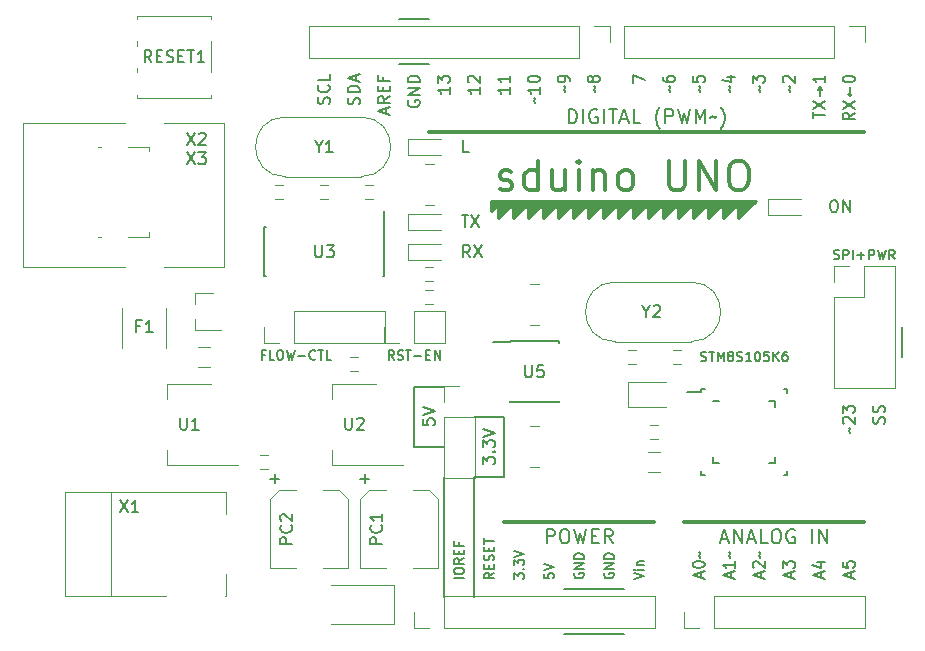
<source format=gbr>
G04 #@! TF.GenerationSoftware,KiCad,Pcbnew,5.1.5+dfsg1-2build2*
G04 #@! TF.CreationDate,2020-11-19T08:55:39-07:00*
G04 #@! TF.ProjectId,sduino_uno,73647569-6e6f-45f7-956e-6f2e6b696361,2017-11-15*
G04 #@! TF.SameCoordinates,Original*
G04 #@! TF.FileFunction,Legend,Top*
G04 #@! TF.FilePolarity,Positive*
%FSLAX46Y46*%
G04 Gerber Fmt 4.6, Leading zero omitted, Abs format (unit mm)*
G04 Created by KiCad (PCBNEW 5.1.5+dfsg1-2build2) date 2020-11-19 08:55:39*
%MOMM*%
%LPD*%
G04 APERTURE LIST*
%ADD10C,0.200000*%
%ADD11C,0.150000*%
%ADD12C,0.300000*%
%ADD13C,0.120000*%
%ADD14C,0.254000*%
G04 APERTURE END LIST*
D10*
X182245000Y-102870000D02*
X182245000Y-105410000D01*
X180744761Y-111064285D02*
X180792380Y-110921428D01*
X180792380Y-110683333D01*
X180744761Y-110588095D01*
X180697142Y-110540476D01*
X180601904Y-110492857D01*
X180506666Y-110492857D01*
X180411428Y-110540476D01*
X180363809Y-110588095D01*
X180316190Y-110683333D01*
X180268571Y-110873809D01*
X180220952Y-110969047D01*
X180173333Y-111016666D01*
X180078095Y-111064285D01*
X179982857Y-111064285D01*
X179887619Y-111016666D01*
X179840000Y-110969047D01*
X179792380Y-110873809D01*
X179792380Y-110635714D01*
X179840000Y-110492857D01*
X180744761Y-110111904D02*
X180792380Y-109969047D01*
X180792380Y-109730952D01*
X180744761Y-109635714D01*
X180697142Y-109588095D01*
X180601904Y-109540476D01*
X180506666Y-109540476D01*
X180411428Y-109588095D01*
X180363809Y-109635714D01*
X180316190Y-109730952D01*
X180268571Y-109921428D01*
X180220952Y-110016666D01*
X180173333Y-110064285D01*
X180078095Y-110111904D01*
X179982857Y-110111904D01*
X179887619Y-110064285D01*
X179840000Y-110016666D01*
X179792380Y-109921428D01*
X179792380Y-109683333D01*
X179840000Y-109540476D01*
X177871428Y-111873809D02*
X177823809Y-111826190D01*
X177776190Y-111730952D01*
X177871428Y-111540476D01*
X177823809Y-111445238D01*
X177776190Y-111397619D01*
X177347619Y-111064285D02*
X177300000Y-111016666D01*
X177252380Y-110921428D01*
X177252380Y-110683333D01*
X177300000Y-110588095D01*
X177347619Y-110540476D01*
X177442857Y-110492857D01*
X177538095Y-110492857D01*
X177680952Y-110540476D01*
X178252380Y-111111904D01*
X178252380Y-110492857D01*
X177252380Y-110159523D02*
X177252380Y-109540476D01*
X177633333Y-109873809D01*
X177633333Y-109730952D01*
X177680952Y-109635714D01*
X177728571Y-109588095D01*
X177823809Y-109540476D01*
X178061904Y-109540476D01*
X178157142Y-109588095D01*
X178204761Y-109635714D01*
X178252380Y-109730952D01*
X178252380Y-110016666D01*
X178204761Y-110111904D01*
X178157142Y-110159523D01*
D11*
X165233809Y-105733809D02*
X165348095Y-105771904D01*
X165538571Y-105771904D01*
X165614761Y-105733809D01*
X165652857Y-105695714D01*
X165690952Y-105619523D01*
X165690952Y-105543333D01*
X165652857Y-105467142D01*
X165614761Y-105429047D01*
X165538571Y-105390952D01*
X165386190Y-105352857D01*
X165310000Y-105314761D01*
X165271904Y-105276666D01*
X165233809Y-105200476D01*
X165233809Y-105124285D01*
X165271904Y-105048095D01*
X165310000Y-105010000D01*
X165386190Y-104971904D01*
X165576666Y-104971904D01*
X165690952Y-105010000D01*
X165919523Y-104971904D02*
X166376666Y-104971904D01*
X166148095Y-105771904D02*
X166148095Y-104971904D01*
X166643333Y-105771904D02*
X166643333Y-104971904D01*
X166910000Y-105543333D01*
X167176666Y-104971904D01*
X167176666Y-105771904D01*
X167671904Y-105314761D02*
X167595714Y-105276666D01*
X167557619Y-105238571D01*
X167519523Y-105162380D01*
X167519523Y-105124285D01*
X167557619Y-105048095D01*
X167595714Y-105010000D01*
X167671904Y-104971904D01*
X167824285Y-104971904D01*
X167900476Y-105010000D01*
X167938571Y-105048095D01*
X167976666Y-105124285D01*
X167976666Y-105162380D01*
X167938571Y-105238571D01*
X167900476Y-105276666D01*
X167824285Y-105314761D01*
X167671904Y-105314761D01*
X167595714Y-105352857D01*
X167557619Y-105390952D01*
X167519523Y-105467142D01*
X167519523Y-105619523D01*
X167557619Y-105695714D01*
X167595714Y-105733809D01*
X167671904Y-105771904D01*
X167824285Y-105771904D01*
X167900476Y-105733809D01*
X167938571Y-105695714D01*
X167976666Y-105619523D01*
X167976666Y-105467142D01*
X167938571Y-105390952D01*
X167900476Y-105352857D01*
X167824285Y-105314761D01*
X168281428Y-105733809D02*
X168395714Y-105771904D01*
X168586190Y-105771904D01*
X168662380Y-105733809D01*
X168700476Y-105695714D01*
X168738571Y-105619523D01*
X168738571Y-105543333D01*
X168700476Y-105467142D01*
X168662380Y-105429047D01*
X168586190Y-105390952D01*
X168433809Y-105352857D01*
X168357619Y-105314761D01*
X168319523Y-105276666D01*
X168281428Y-105200476D01*
X168281428Y-105124285D01*
X168319523Y-105048095D01*
X168357619Y-105010000D01*
X168433809Y-104971904D01*
X168624285Y-104971904D01*
X168738571Y-105010000D01*
X169500476Y-105771904D02*
X169043333Y-105771904D01*
X169271904Y-105771904D02*
X169271904Y-104971904D01*
X169195714Y-105086190D01*
X169119523Y-105162380D01*
X169043333Y-105200476D01*
X169995714Y-104971904D02*
X170071904Y-104971904D01*
X170148095Y-105010000D01*
X170186190Y-105048095D01*
X170224285Y-105124285D01*
X170262380Y-105276666D01*
X170262380Y-105467142D01*
X170224285Y-105619523D01*
X170186190Y-105695714D01*
X170148095Y-105733809D01*
X170071904Y-105771904D01*
X169995714Y-105771904D01*
X169919523Y-105733809D01*
X169881428Y-105695714D01*
X169843333Y-105619523D01*
X169805238Y-105467142D01*
X169805238Y-105276666D01*
X169843333Y-105124285D01*
X169881428Y-105048095D01*
X169919523Y-105010000D01*
X169995714Y-104971904D01*
X170986190Y-104971904D02*
X170605238Y-104971904D01*
X170567142Y-105352857D01*
X170605238Y-105314761D01*
X170681428Y-105276666D01*
X170871904Y-105276666D01*
X170948095Y-105314761D01*
X170986190Y-105352857D01*
X171024285Y-105429047D01*
X171024285Y-105619523D01*
X170986190Y-105695714D01*
X170948095Y-105733809D01*
X170871904Y-105771904D01*
X170681428Y-105771904D01*
X170605238Y-105733809D01*
X170567142Y-105695714D01*
X171367142Y-105771904D02*
X171367142Y-104971904D01*
X171824285Y-105771904D02*
X171481428Y-105314761D01*
X171824285Y-104971904D02*
X171367142Y-105429047D01*
X172510000Y-104971904D02*
X172357619Y-104971904D01*
X172281428Y-105010000D01*
X172243333Y-105048095D01*
X172167142Y-105162380D01*
X172129047Y-105314761D01*
X172129047Y-105619523D01*
X172167142Y-105695714D01*
X172205238Y-105733809D01*
X172281428Y-105771904D01*
X172433809Y-105771904D01*
X172510000Y-105733809D01*
X172548095Y-105695714D01*
X172586190Y-105619523D01*
X172586190Y-105429047D01*
X172548095Y-105352857D01*
X172510000Y-105314761D01*
X172433809Y-105276666D01*
X172281428Y-105276666D01*
X172205238Y-105314761D01*
X172167142Y-105352857D01*
X172129047Y-105429047D01*
X128327476Y-105225857D02*
X128060809Y-105225857D01*
X128060809Y-105644904D02*
X128060809Y-104844904D01*
X128441761Y-104844904D01*
X129127476Y-105644904D02*
X128746523Y-105644904D01*
X128746523Y-104844904D01*
X129546523Y-104844904D02*
X129698904Y-104844904D01*
X129775095Y-104883000D01*
X129851285Y-104959190D01*
X129889380Y-105111571D01*
X129889380Y-105378238D01*
X129851285Y-105530619D01*
X129775095Y-105606809D01*
X129698904Y-105644904D01*
X129546523Y-105644904D01*
X129470333Y-105606809D01*
X129394142Y-105530619D01*
X129356047Y-105378238D01*
X129356047Y-105111571D01*
X129394142Y-104959190D01*
X129470333Y-104883000D01*
X129546523Y-104844904D01*
X130156047Y-104844904D02*
X130346523Y-105644904D01*
X130498904Y-105073476D01*
X130651285Y-105644904D01*
X130841761Y-104844904D01*
X131146523Y-105340142D02*
X131756047Y-105340142D01*
X132594142Y-105568714D02*
X132556047Y-105606809D01*
X132441761Y-105644904D01*
X132365571Y-105644904D01*
X132251285Y-105606809D01*
X132175095Y-105530619D01*
X132137000Y-105454428D01*
X132098904Y-105302047D01*
X132098904Y-105187761D01*
X132137000Y-105035380D01*
X132175095Y-104959190D01*
X132251285Y-104883000D01*
X132365571Y-104844904D01*
X132441761Y-104844904D01*
X132556047Y-104883000D01*
X132594142Y-104921095D01*
X132822714Y-104844904D02*
X133279857Y-104844904D01*
X133051285Y-105644904D02*
X133051285Y-104844904D01*
X133927476Y-105644904D02*
X133546523Y-105644904D01*
X133546523Y-104844904D01*
X139255714Y-105644904D02*
X138989047Y-105263952D01*
X138798571Y-105644904D02*
X138798571Y-104844904D01*
X139103333Y-104844904D01*
X139179523Y-104883000D01*
X139217619Y-104921095D01*
X139255714Y-104997285D01*
X139255714Y-105111571D01*
X139217619Y-105187761D01*
X139179523Y-105225857D01*
X139103333Y-105263952D01*
X138798571Y-105263952D01*
X139560476Y-105606809D02*
X139674761Y-105644904D01*
X139865238Y-105644904D01*
X139941428Y-105606809D01*
X139979523Y-105568714D01*
X140017619Y-105492523D01*
X140017619Y-105416333D01*
X139979523Y-105340142D01*
X139941428Y-105302047D01*
X139865238Y-105263952D01*
X139712857Y-105225857D01*
X139636666Y-105187761D01*
X139598571Y-105149666D01*
X139560476Y-105073476D01*
X139560476Y-104997285D01*
X139598571Y-104921095D01*
X139636666Y-104883000D01*
X139712857Y-104844904D01*
X139903333Y-104844904D01*
X140017619Y-104883000D01*
X140246190Y-104844904D02*
X140703333Y-104844904D01*
X140474761Y-105644904D02*
X140474761Y-104844904D01*
X140970000Y-105340142D02*
X141579523Y-105340142D01*
X141960476Y-105225857D02*
X142227142Y-105225857D01*
X142341428Y-105644904D02*
X141960476Y-105644904D01*
X141960476Y-104844904D01*
X142341428Y-104844904D01*
X142684285Y-105644904D02*
X142684285Y-104844904D01*
X143141428Y-105644904D01*
X143141428Y-104844904D01*
X176498571Y-97097809D02*
X176612857Y-97135904D01*
X176803333Y-97135904D01*
X176879523Y-97097809D01*
X176917619Y-97059714D01*
X176955714Y-96983523D01*
X176955714Y-96907333D01*
X176917619Y-96831142D01*
X176879523Y-96793047D01*
X176803333Y-96754952D01*
X176650952Y-96716857D01*
X176574761Y-96678761D01*
X176536666Y-96640666D01*
X176498571Y-96564476D01*
X176498571Y-96488285D01*
X176536666Y-96412095D01*
X176574761Y-96374000D01*
X176650952Y-96335904D01*
X176841428Y-96335904D01*
X176955714Y-96374000D01*
X177298571Y-97135904D02*
X177298571Y-96335904D01*
X177603333Y-96335904D01*
X177679523Y-96374000D01*
X177717619Y-96412095D01*
X177755714Y-96488285D01*
X177755714Y-96602571D01*
X177717619Y-96678761D01*
X177679523Y-96716857D01*
X177603333Y-96754952D01*
X177298571Y-96754952D01*
X178098571Y-97135904D02*
X178098571Y-96335904D01*
X178479523Y-96831142D02*
X179089047Y-96831142D01*
X178784285Y-97135904D02*
X178784285Y-96526380D01*
X179470000Y-97135904D02*
X179470000Y-96335904D01*
X179774761Y-96335904D01*
X179850952Y-96374000D01*
X179889047Y-96412095D01*
X179927142Y-96488285D01*
X179927142Y-96602571D01*
X179889047Y-96678761D01*
X179850952Y-96716857D01*
X179774761Y-96754952D01*
X179470000Y-96754952D01*
X180193809Y-96335904D02*
X180384285Y-97135904D01*
X180536666Y-96564476D01*
X180689047Y-97135904D01*
X180879523Y-96335904D01*
X181641428Y-97135904D02*
X181374761Y-96754952D01*
X181184285Y-97135904D02*
X181184285Y-96335904D01*
X181489047Y-96335904D01*
X181565238Y-96374000D01*
X181603333Y-96412095D01*
X181641428Y-96488285D01*
X181641428Y-96602571D01*
X181603333Y-96678761D01*
X181565238Y-96716857D01*
X181489047Y-96754952D01*
X181184285Y-96754952D01*
X176421071Y-92162380D02*
X176611547Y-92162380D01*
X176706785Y-92210000D01*
X176802023Y-92305238D01*
X176849642Y-92495714D01*
X176849642Y-92829047D01*
X176802023Y-93019523D01*
X176706785Y-93114761D01*
X176611547Y-93162380D01*
X176421071Y-93162380D01*
X176325833Y-93114761D01*
X176230595Y-93019523D01*
X176182976Y-92829047D01*
X176182976Y-92495714D01*
X176230595Y-92305238D01*
X176325833Y-92210000D01*
X176421071Y-92162380D01*
X177278214Y-93162380D02*
X177278214Y-92162380D01*
X177849642Y-93162380D01*
X177849642Y-92162380D01*
X145687023Y-96972380D02*
X145353690Y-96496190D01*
X145115595Y-96972380D02*
X145115595Y-95972380D01*
X145496547Y-95972380D01*
X145591785Y-96020000D01*
X145639404Y-96067619D01*
X145687023Y-96162857D01*
X145687023Y-96305714D01*
X145639404Y-96400952D01*
X145591785Y-96448571D01*
X145496547Y-96496190D01*
X145115595Y-96496190D01*
X146020357Y-95972380D02*
X146687023Y-96972380D01*
X146687023Y-95972380D02*
X146020357Y-96972380D01*
X144972738Y-93432380D02*
X145544166Y-93432380D01*
X145258452Y-94432380D02*
X145258452Y-93432380D01*
X145782261Y-93432380D02*
X146448928Y-94432380D01*
X146448928Y-93432380D02*
X145782261Y-94432380D01*
X145591785Y-88082380D02*
X145115595Y-88082380D01*
X145115595Y-87082380D01*
D10*
X139700000Y-76835000D02*
X142240000Y-76835000D01*
X139700000Y-80645000D02*
X142240000Y-80645000D01*
X153670000Y-125095000D02*
X158750000Y-125095000D01*
X153670000Y-128905000D02*
X158750000Y-128905000D01*
X148590000Y-115570000D02*
X146050000Y-115570000D01*
X148590000Y-110490000D02*
X148590000Y-115570000D01*
X146050000Y-110490000D02*
X148590000Y-110490000D01*
X140970000Y-113030000D02*
X143510000Y-113030000D01*
X140970000Y-107950000D02*
X140970000Y-113030000D01*
X143510000Y-107950000D02*
X140970000Y-107950000D01*
X146050000Y-125730000D02*
X146050000Y-115570000D01*
X143510000Y-125730000D02*
X143510000Y-115570000D01*
X141692380Y-110680476D02*
X141692380Y-111156666D01*
X142168571Y-111204285D01*
X142120952Y-111156666D01*
X142073333Y-111061428D01*
X142073333Y-110823333D01*
X142120952Y-110728095D01*
X142168571Y-110680476D01*
X142263809Y-110632857D01*
X142501904Y-110632857D01*
X142597142Y-110680476D01*
X142644761Y-110728095D01*
X142692380Y-110823333D01*
X142692380Y-111061428D01*
X142644761Y-111156666D01*
X142597142Y-111204285D01*
X141692380Y-110347142D02*
X142692380Y-110013809D01*
X141692380Y-109680476D01*
X146772380Y-114506190D02*
X146772380Y-113887142D01*
X147153333Y-114220476D01*
X147153333Y-114077619D01*
X147200952Y-113982380D01*
X147248571Y-113934761D01*
X147343809Y-113887142D01*
X147581904Y-113887142D01*
X147677142Y-113934761D01*
X147724761Y-113982380D01*
X147772380Y-114077619D01*
X147772380Y-114363333D01*
X147724761Y-114458571D01*
X147677142Y-114506190D01*
X147677142Y-113458571D02*
X147724761Y-113410952D01*
X147772380Y-113458571D01*
X147724761Y-113506190D01*
X147677142Y-113458571D01*
X147772380Y-113458571D01*
X146772380Y-113077619D02*
X146772380Y-112458571D01*
X147153333Y-112791904D01*
X147153333Y-112649047D01*
X147200952Y-112553809D01*
X147248571Y-112506190D01*
X147343809Y-112458571D01*
X147581904Y-112458571D01*
X147677142Y-112506190D01*
X147724761Y-112553809D01*
X147772380Y-112649047D01*
X147772380Y-112934761D01*
X147724761Y-113030000D01*
X147677142Y-113077619D01*
X146772380Y-112172857D02*
X147772380Y-111839523D01*
X146772380Y-111506190D01*
X133754761Y-83981428D02*
X133802380Y-83838571D01*
X133802380Y-83600476D01*
X133754761Y-83505238D01*
X133707142Y-83457619D01*
X133611904Y-83410000D01*
X133516666Y-83410000D01*
X133421428Y-83457619D01*
X133373809Y-83505238D01*
X133326190Y-83600476D01*
X133278571Y-83790952D01*
X133230952Y-83886190D01*
X133183333Y-83933809D01*
X133088095Y-83981428D01*
X132992857Y-83981428D01*
X132897619Y-83933809D01*
X132850000Y-83886190D01*
X132802380Y-83790952D01*
X132802380Y-83552857D01*
X132850000Y-83410000D01*
X133707142Y-82410000D02*
X133754761Y-82457619D01*
X133802380Y-82600476D01*
X133802380Y-82695714D01*
X133754761Y-82838571D01*
X133659523Y-82933809D01*
X133564285Y-82981428D01*
X133373809Y-83029047D01*
X133230952Y-83029047D01*
X133040476Y-82981428D01*
X132945238Y-82933809D01*
X132850000Y-82838571D01*
X132802380Y-82695714D01*
X132802380Y-82600476D01*
X132850000Y-82457619D01*
X132897619Y-82410000D01*
X133802380Y-81505238D02*
X133802380Y-81981428D01*
X132802380Y-81981428D01*
X136294761Y-84029047D02*
X136342380Y-83886190D01*
X136342380Y-83648095D01*
X136294761Y-83552857D01*
X136247142Y-83505238D01*
X136151904Y-83457619D01*
X136056666Y-83457619D01*
X135961428Y-83505238D01*
X135913809Y-83552857D01*
X135866190Y-83648095D01*
X135818571Y-83838571D01*
X135770952Y-83933809D01*
X135723333Y-83981428D01*
X135628095Y-84029047D01*
X135532857Y-84029047D01*
X135437619Y-83981428D01*
X135390000Y-83933809D01*
X135342380Y-83838571D01*
X135342380Y-83600476D01*
X135390000Y-83457619D01*
X136342380Y-83029047D02*
X135342380Y-83029047D01*
X135342380Y-82790952D01*
X135390000Y-82648095D01*
X135485238Y-82552857D01*
X135580476Y-82505238D01*
X135770952Y-82457619D01*
X135913809Y-82457619D01*
X136104285Y-82505238D01*
X136199523Y-82552857D01*
X136294761Y-82648095D01*
X136342380Y-82790952D01*
X136342380Y-83029047D01*
X136056666Y-82076666D02*
X136056666Y-81600476D01*
X136342380Y-82171904D02*
X135342380Y-81838571D01*
X136342380Y-81505238D01*
X138596666Y-84838571D02*
X138596666Y-84362380D01*
X138882380Y-84933809D02*
X137882380Y-84600476D01*
X138882380Y-84267142D01*
X138882380Y-83362380D02*
X138406190Y-83695714D01*
X138882380Y-83933809D02*
X137882380Y-83933809D01*
X137882380Y-83552857D01*
X137930000Y-83457619D01*
X137977619Y-83410000D01*
X138072857Y-83362380D01*
X138215714Y-83362380D01*
X138310952Y-83410000D01*
X138358571Y-83457619D01*
X138406190Y-83552857D01*
X138406190Y-83933809D01*
X138358571Y-82933809D02*
X138358571Y-82600476D01*
X138882380Y-82457619D02*
X138882380Y-82933809D01*
X137882380Y-82933809D01*
X137882380Y-82457619D01*
X138358571Y-81695714D02*
X138358571Y-82029047D01*
X138882380Y-82029047D02*
X137882380Y-82029047D01*
X137882380Y-81552857D01*
X140470000Y-83695714D02*
X140422380Y-83790952D01*
X140422380Y-83933809D01*
X140470000Y-84076666D01*
X140565238Y-84171904D01*
X140660476Y-84219523D01*
X140850952Y-84267142D01*
X140993809Y-84267142D01*
X141184285Y-84219523D01*
X141279523Y-84171904D01*
X141374761Y-84076666D01*
X141422380Y-83933809D01*
X141422380Y-83838571D01*
X141374761Y-83695714D01*
X141327142Y-83648095D01*
X140993809Y-83648095D01*
X140993809Y-83838571D01*
X141422380Y-83219523D02*
X140422380Y-83219523D01*
X141422380Y-82648095D01*
X140422380Y-82648095D01*
X141422380Y-82171904D02*
X140422380Y-82171904D01*
X140422380Y-81933809D01*
X140470000Y-81790952D01*
X140565238Y-81695714D01*
X140660476Y-81648095D01*
X140850952Y-81600476D01*
X140993809Y-81600476D01*
X141184285Y-81648095D01*
X141279523Y-81695714D01*
X141374761Y-81790952D01*
X141422380Y-81933809D01*
X141422380Y-82171904D01*
D12*
X179070000Y-86360000D02*
X142240000Y-86360000D01*
X163830000Y-119380000D02*
X179070000Y-119380000D01*
X148590000Y-119380000D02*
X161290000Y-119380000D01*
D10*
X159581904Y-124253809D02*
X160381904Y-123987142D01*
X159581904Y-123720476D01*
X160381904Y-123453809D02*
X159848571Y-123453809D01*
X159581904Y-123453809D02*
X159620000Y-123491904D01*
X159658095Y-123453809D01*
X159620000Y-123415714D01*
X159581904Y-123453809D01*
X159658095Y-123453809D01*
X159848571Y-123072857D02*
X160381904Y-123072857D01*
X159924761Y-123072857D02*
X159886666Y-123034761D01*
X159848571Y-122958571D01*
X159848571Y-122844285D01*
X159886666Y-122768095D01*
X159962857Y-122730000D01*
X160381904Y-122730000D01*
X157080000Y-123720476D02*
X157041904Y-123796666D01*
X157041904Y-123910952D01*
X157080000Y-124025238D01*
X157156190Y-124101428D01*
X157232380Y-124139523D01*
X157384761Y-124177619D01*
X157499047Y-124177619D01*
X157651428Y-124139523D01*
X157727619Y-124101428D01*
X157803809Y-124025238D01*
X157841904Y-123910952D01*
X157841904Y-123834761D01*
X157803809Y-123720476D01*
X157765714Y-123682380D01*
X157499047Y-123682380D01*
X157499047Y-123834761D01*
X157841904Y-123339523D02*
X157041904Y-123339523D01*
X157841904Y-122882380D01*
X157041904Y-122882380D01*
X157841904Y-122501428D02*
X157041904Y-122501428D01*
X157041904Y-122310952D01*
X157080000Y-122196666D01*
X157156190Y-122120476D01*
X157232380Y-122082380D01*
X157384761Y-122044285D01*
X157499047Y-122044285D01*
X157651428Y-122082380D01*
X157727619Y-122120476D01*
X157803809Y-122196666D01*
X157841904Y-122310952D01*
X157841904Y-122501428D01*
X154540000Y-123720476D02*
X154501904Y-123796666D01*
X154501904Y-123910952D01*
X154540000Y-124025238D01*
X154616190Y-124101428D01*
X154692380Y-124139523D01*
X154844761Y-124177619D01*
X154959047Y-124177619D01*
X155111428Y-124139523D01*
X155187619Y-124101428D01*
X155263809Y-124025238D01*
X155301904Y-123910952D01*
X155301904Y-123834761D01*
X155263809Y-123720476D01*
X155225714Y-123682380D01*
X154959047Y-123682380D01*
X154959047Y-123834761D01*
X155301904Y-123339523D02*
X154501904Y-123339523D01*
X155301904Y-122882380D01*
X154501904Y-122882380D01*
X155301904Y-122501428D02*
X154501904Y-122501428D01*
X154501904Y-122310952D01*
X154540000Y-122196666D01*
X154616190Y-122120476D01*
X154692380Y-122082380D01*
X154844761Y-122044285D01*
X154959047Y-122044285D01*
X155111428Y-122082380D01*
X155187619Y-122120476D01*
X155263809Y-122196666D01*
X155301904Y-122310952D01*
X155301904Y-122501428D01*
X151961904Y-123758571D02*
X151961904Y-124139523D01*
X152342857Y-124177619D01*
X152304761Y-124139523D01*
X152266666Y-124063333D01*
X152266666Y-123872857D01*
X152304761Y-123796666D01*
X152342857Y-123758571D01*
X152419047Y-123720476D01*
X152609523Y-123720476D01*
X152685714Y-123758571D01*
X152723809Y-123796666D01*
X152761904Y-123872857D01*
X152761904Y-124063333D01*
X152723809Y-124139523D01*
X152685714Y-124177619D01*
X151961904Y-123491904D02*
X152761904Y-123225238D01*
X151961904Y-122958571D01*
X149421904Y-124215714D02*
X149421904Y-123720476D01*
X149726666Y-123987142D01*
X149726666Y-123872857D01*
X149764761Y-123796666D01*
X149802857Y-123758571D01*
X149879047Y-123720476D01*
X150069523Y-123720476D01*
X150145714Y-123758571D01*
X150183809Y-123796666D01*
X150221904Y-123872857D01*
X150221904Y-124101428D01*
X150183809Y-124177619D01*
X150145714Y-124215714D01*
X150145714Y-123377619D02*
X150183809Y-123339523D01*
X150221904Y-123377619D01*
X150183809Y-123415714D01*
X150145714Y-123377619D01*
X150221904Y-123377619D01*
X149421904Y-123072857D02*
X149421904Y-122577619D01*
X149726666Y-122844285D01*
X149726666Y-122730000D01*
X149764761Y-122653809D01*
X149802857Y-122615714D01*
X149879047Y-122577619D01*
X150069523Y-122577619D01*
X150145714Y-122615714D01*
X150183809Y-122653809D01*
X150221904Y-122730000D01*
X150221904Y-122958571D01*
X150183809Y-123034761D01*
X150145714Y-123072857D01*
X149421904Y-122349047D02*
X150221904Y-122082380D01*
X149421904Y-121815714D01*
X147681904Y-123682380D02*
X147300952Y-123949047D01*
X147681904Y-124139523D02*
X146881904Y-124139523D01*
X146881904Y-123834761D01*
X146920000Y-123758571D01*
X146958095Y-123720476D01*
X147034285Y-123682380D01*
X147148571Y-123682380D01*
X147224761Y-123720476D01*
X147262857Y-123758571D01*
X147300952Y-123834761D01*
X147300952Y-124139523D01*
X147262857Y-123339523D02*
X147262857Y-123072857D01*
X147681904Y-122958571D02*
X147681904Y-123339523D01*
X146881904Y-123339523D01*
X146881904Y-122958571D01*
X147643809Y-122653809D02*
X147681904Y-122539523D01*
X147681904Y-122349047D01*
X147643809Y-122272857D01*
X147605714Y-122234761D01*
X147529523Y-122196666D01*
X147453333Y-122196666D01*
X147377142Y-122234761D01*
X147339047Y-122272857D01*
X147300952Y-122349047D01*
X147262857Y-122501428D01*
X147224761Y-122577619D01*
X147186666Y-122615714D01*
X147110476Y-122653809D01*
X147034285Y-122653809D01*
X146958095Y-122615714D01*
X146920000Y-122577619D01*
X146881904Y-122501428D01*
X146881904Y-122310952D01*
X146920000Y-122196666D01*
X147262857Y-121853809D02*
X147262857Y-121587142D01*
X147681904Y-121472857D02*
X147681904Y-121853809D01*
X146881904Y-121853809D01*
X146881904Y-121472857D01*
X146881904Y-121244285D02*
X146881904Y-120787142D01*
X147681904Y-121015714D02*
X146881904Y-121015714D01*
X145141904Y-124139523D02*
X144341904Y-124139523D01*
X144341904Y-123606190D02*
X144341904Y-123453809D01*
X144380000Y-123377619D01*
X144456190Y-123301428D01*
X144608571Y-123263333D01*
X144875238Y-123263333D01*
X145027619Y-123301428D01*
X145103809Y-123377619D01*
X145141904Y-123453809D01*
X145141904Y-123606190D01*
X145103809Y-123682380D01*
X145027619Y-123758571D01*
X144875238Y-123796666D01*
X144608571Y-123796666D01*
X144456190Y-123758571D01*
X144380000Y-123682380D01*
X144341904Y-123606190D01*
X145141904Y-122463333D02*
X144760952Y-122730000D01*
X145141904Y-122920476D02*
X144341904Y-122920476D01*
X144341904Y-122615714D01*
X144380000Y-122539523D01*
X144418095Y-122501428D01*
X144494285Y-122463333D01*
X144608571Y-122463333D01*
X144684761Y-122501428D01*
X144722857Y-122539523D01*
X144760952Y-122615714D01*
X144760952Y-122920476D01*
X144722857Y-122120476D02*
X144722857Y-121853809D01*
X145141904Y-121739523D02*
X145141904Y-122120476D01*
X144341904Y-122120476D01*
X144341904Y-121739523D01*
X144722857Y-121130000D02*
X144722857Y-121396666D01*
X145141904Y-121396666D02*
X144341904Y-121396666D01*
X144341904Y-121015714D01*
X177966666Y-124139523D02*
X177966666Y-123663333D01*
X178252380Y-124234761D02*
X177252380Y-123901428D01*
X178252380Y-123568095D01*
X177252380Y-122758571D02*
X177252380Y-123234761D01*
X177728571Y-123282380D01*
X177680952Y-123234761D01*
X177633333Y-123139523D01*
X177633333Y-122901428D01*
X177680952Y-122806190D01*
X177728571Y-122758571D01*
X177823809Y-122710952D01*
X178061904Y-122710952D01*
X178157142Y-122758571D01*
X178204761Y-122806190D01*
X178252380Y-122901428D01*
X178252380Y-123139523D01*
X178204761Y-123234761D01*
X178157142Y-123282380D01*
X175426666Y-124139523D02*
X175426666Y-123663333D01*
X175712380Y-124234761D02*
X174712380Y-123901428D01*
X175712380Y-123568095D01*
X175045714Y-122806190D02*
X175712380Y-122806190D01*
X174664761Y-123044285D02*
X175379047Y-123282380D01*
X175379047Y-122663333D01*
X172886666Y-124139523D02*
X172886666Y-123663333D01*
X173172380Y-124234761D02*
X172172380Y-123901428D01*
X173172380Y-123568095D01*
X172172380Y-123330000D02*
X172172380Y-122710952D01*
X172553333Y-123044285D01*
X172553333Y-122901428D01*
X172600952Y-122806190D01*
X172648571Y-122758571D01*
X172743809Y-122710952D01*
X172981904Y-122710952D01*
X173077142Y-122758571D01*
X173124761Y-122806190D01*
X173172380Y-122901428D01*
X173172380Y-123187142D01*
X173124761Y-123282380D01*
X173077142Y-123330000D01*
X170346666Y-124139523D02*
X170346666Y-123663333D01*
X170632380Y-124234761D02*
X169632380Y-123901428D01*
X170632380Y-123568095D01*
X169727619Y-123282380D02*
X169680000Y-123234761D01*
X169632380Y-123139523D01*
X169632380Y-122901428D01*
X169680000Y-122806190D01*
X169727619Y-122758571D01*
X169822857Y-122710952D01*
X169918095Y-122710952D01*
X170060952Y-122758571D01*
X170632380Y-123330000D01*
X170632380Y-122710952D01*
X170251428Y-122425238D02*
X170203809Y-122377619D01*
X170156190Y-122282380D01*
X170251428Y-122091904D01*
X170203809Y-121996666D01*
X170156190Y-121949047D01*
X167806666Y-124139523D02*
X167806666Y-123663333D01*
X168092380Y-124234761D02*
X167092380Y-123901428D01*
X168092380Y-123568095D01*
X168092380Y-122710952D02*
X168092380Y-123282380D01*
X168092380Y-122996666D02*
X167092380Y-122996666D01*
X167235238Y-123091904D01*
X167330476Y-123187142D01*
X167378095Y-123282380D01*
X167711428Y-122425238D02*
X167663809Y-122377619D01*
X167616190Y-122282380D01*
X167711428Y-122091904D01*
X167663809Y-121996666D01*
X167616190Y-121949047D01*
X165266666Y-124139523D02*
X165266666Y-123663333D01*
X165552380Y-124234761D02*
X164552380Y-123901428D01*
X165552380Y-123568095D01*
X164552380Y-123044285D02*
X164552380Y-122949047D01*
X164600000Y-122853809D01*
X164647619Y-122806190D01*
X164742857Y-122758571D01*
X164933333Y-122710952D01*
X165171428Y-122710952D01*
X165361904Y-122758571D01*
X165457142Y-122806190D01*
X165504761Y-122853809D01*
X165552380Y-122949047D01*
X165552380Y-123044285D01*
X165504761Y-123139523D01*
X165457142Y-123187142D01*
X165361904Y-123234761D01*
X165171428Y-123282380D01*
X164933333Y-123282380D01*
X164742857Y-123234761D01*
X164647619Y-123187142D01*
X164600000Y-123139523D01*
X164552380Y-123044285D01*
X165171428Y-122425238D02*
X165123809Y-122377619D01*
X165076190Y-122282380D01*
X165171428Y-122091904D01*
X165123809Y-121996666D01*
X165076190Y-121949047D01*
X143962380Y-82552857D02*
X143962380Y-83124285D01*
X143962380Y-82838571D02*
X142962380Y-82838571D01*
X143105238Y-82933809D01*
X143200476Y-83029047D01*
X143248095Y-83124285D01*
X142962380Y-82219523D02*
X142962380Y-81600476D01*
X143343333Y-81933809D01*
X143343333Y-81790952D01*
X143390952Y-81695714D01*
X143438571Y-81648095D01*
X143533809Y-81600476D01*
X143771904Y-81600476D01*
X143867142Y-81648095D01*
X143914761Y-81695714D01*
X143962380Y-81790952D01*
X143962380Y-82076666D01*
X143914761Y-82171904D01*
X143867142Y-82219523D01*
X146502380Y-82552857D02*
X146502380Y-83124285D01*
X146502380Y-82838571D02*
X145502380Y-82838571D01*
X145645238Y-82933809D01*
X145740476Y-83029047D01*
X145788095Y-83124285D01*
X145597619Y-82171904D02*
X145550000Y-82124285D01*
X145502380Y-82029047D01*
X145502380Y-81790952D01*
X145550000Y-81695714D01*
X145597619Y-81648095D01*
X145692857Y-81600476D01*
X145788095Y-81600476D01*
X145930952Y-81648095D01*
X146502380Y-82219523D01*
X146502380Y-81600476D01*
X149042380Y-82552857D02*
X149042380Y-83124285D01*
X149042380Y-82838571D02*
X148042380Y-82838571D01*
X148185238Y-82933809D01*
X148280476Y-83029047D01*
X148328095Y-83124285D01*
X149042380Y-81600476D02*
X149042380Y-82171904D01*
X149042380Y-81886190D02*
X148042380Y-81886190D01*
X148185238Y-81981428D01*
X148280476Y-82076666D01*
X148328095Y-82171904D01*
X151201428Y-83933809D02*
X151153809Y-83886190D01*
X151106190Y-83790952D01*
X151201428Y-83600476D01*
X151153809Y-83505238D01*
X151106190Y-83457619D01*
X151582380Y-82552857D02*
X151582380Y-83124285D01*
X151582380Y-82838571D02*
X150582380Y-82838571D01*
X150725238Y-82933809D01*
X150820476Y-83029047D01*
X150868095Y-83124285D01*
X150582380Y-81933809D02*
X150582380Y-81838571D01*
X150630000Y-81743333D01*
X150677619Y-81695714D01*
X150772857Y-81648095D01*
X150963333Y-81600476D01*
X151201428Y-81600476D01*
X151391904Y-81648095D01*
X151487142Y-81695714D01*
X151534761Y-81743333D01*
X151582380Y-81838571D01*
X151582380Y-81933809D01*
X151534761Y-82029047D01*
X151487142Y-82076666D01*
X151391904Y-82124285D01*
X151201428Y-82171904D01*
X150963333Y-82171904D01*
X150772857Y-82124285D01*
X150677619Y-82076666D01*
X150630000Y-82029047D01*
X150582380Y-81933809D01*
X153741428Y-82981428D02*
X153693809Y-82933809D01*
X153646190Y-82838571D01*
X153741428Y-82648095D01*
X153693809Y-82552857D01*
X153646190Y-82505238D01*
X154122380Y-82076666D02*
X154122380Y-81886190D01*
X154074761Y-81790952D01*
X154027142Y-81743333D01*
X153884285Y-81648095D01*
X153693809Y-81600476D01*
X153312857Y-81600476D01*
X153217619Y-81648095D01*
X153170000Y-81695714D01*
X153122380Y-81790952D01*
X153122380Y-81981428D01*
X153170000Y-82076666D01*
X153217619Y-82124285D01*
X153312857Y-82171904D01*
X153550952Y-82171904D01*
X153646190Y-82124285D01*
X153693809Y-82076666D01*
X153741428Y-81981428D01*
X153741428Y-81790952D01*
X153693809Y-81695714D01*
X153646190Y-81648095D01*
X153550952Y-81600476D01*
X156281428Y-82981428D02*
X156233809Y-82933809D01*
X156186190Y-82838571D01*
X156281428Y-82648095D01*
X156233809Y-82552857D01*
X156186190Y-82505238D01*
X156090952Y-81981428D02*
X156043333Y-82076666D01*
X155995714Y-82124285D01*
X155900476Y-82171904D01*
X155852857Y-82171904D01*
X155757619Y-82124285D01*
X155710000Y-82076666D01*
X155662380Y-81981428D01*
X155662380Y-81790952D01*
X155710000Y-81695714D01*
X155757619Y-81648095D01*
X155852857Y-81600476D01*
X155900476Y-81600476D01*
X155995714Y-81648095D01*
X156043333Y-81695714D01*
X156090952Y-81790952D01*
X156090952Y-81981428D01*
X156138571Y-82076666D01*
X156186190Y-82124285D01*
X156281428Y-82171904D01*
X156471904Y-82171904D01*
X156567142Y-82124285D01*
X156614761Y-82076666D01*
X156662380Y-81981428D01*
X156662380Y-81790952D01*
X156614761Y-81695714D01*
X156567142Y-81648095D01*
X156471904Y-81600476D01*
X156281428Y-81600476D01*
X156186190Y-81648095D01*
X156138571Y-81695714D01*
X156090952Y-81790952D01*
X159472380Y-82219523D02*
X159472380Y-81552857D01*
X160472380Y-81981428D01*
X162631428Y-82981428D02*
X162583809Y-82933809D01*
X162536190Y-82838571D01*
X162631428Y-82648095D01*
X162583809Y-82552857D01*
X162536190Y-82505238D01*
X162012380Y-81695714D02*
X162012380Y-81886190D01*
X162060000Y-81981428D01*
X162107619Y-82029047D01*
X162250476Y-82124285D01*
X162440952Y-82171904D01*
X162821904Y-82171904D01*
X162917142Y-82124285D01*
X162964761Y-82076666D01*
X163012380Y-81981428D01*
X163012380Y-81790952D01*
X162964761Y-81695714D01*
X162917142Y-81648095D01*
X162821904Y-81600476D01*
X162583809Y-81600476D01*
X162488571Y-81648095D01*
X162440952Y-81695714D01*
X162393333Y-81790952D01*
X162393333Y-81981428D01*
X162440952Y-82076666D01*
X162488571Y-82124285D01*
X162583809Y-82171904D01*
X165171428Y-82981428D02*
X165123809Y-82933809D01*
X165076190Y-82838571D01*
X165171428Y-82648095D01*
X165123809Y-82552857D01*
X165076190Y-82505238D01*
X164552380Y-81648095D02*
X164552380Y-82124285D01*
X165028571Y-82171904D01*
X164980952Y-82124285D01*
X164933333Y-82029047D01*
X164933333Y-81790952D01*
X164980952Y-81695714D01*
X165028571Y-81648095D01*
X165123809Y-81600476D01*
X165361904Y-81600476D01*
X165457142Y-81648095D01*
X165504761Y-81695714D01*
X165552380Y-81790952D01*
X165552380Y-82029047D01*
X165504761Y-82124285D01*
X165457142Y-82171904D01*
X167711428Y-82981428D02*
X167663809Y-82933809D01*
X167616190Y-82838571D01*
X167711428Y-82648095D01*
X167663809Y-82552857D01*
X167616190Y-82505238D01*
X167425714Y-81695714D02*
X168092380Y-81695714D01*
X167044761Y-81933809D02*
X167759047Y-82171904D01*
X167759047Y-81552857D01*
X170251428Y-82981428D02*
X170203809Y-82933809D01*
X170156190Y-82838571D01*
X170251428Y-82648095D01*
X170203809Y-82552857D01*
X170156190Y-82505238D01*
X169632380Y-82219523D02*
X169632380Y-81600476D01*
X170013333Y-81933809D01*
X170013333Y-81790952D01*
X170060952Y-81695714D01*
X170108571Y-81648095D01*
X170203809Y-81600476D01*
X170441904Y-81600476D01*
X170537142Y-81648095D01*
X170584761Y-81695714D01*
X170632380Y-81790952D01*
X170632380Y-82076666D01*
X170584761Y-82171904D01*
X170537142Y-82219523D01*
X172791428Y-82981428D02*
X172743809Y-82933809D01*
X172696190Y-82838571D01*
X172791428Y-82648095D01*
X172743809Y-82552857D01*
X172696190Y-82505238D01*
X172267619Y-82171904D02*
X172220000Y-82124285D01*
X172172380Y-82029047D01*
X172172380Y-81790952D01*
X172220000Y-81695714D01*
X172267619Y-81648095D01*
X172362857Y-81600476D01*
X172458095Y-81600476D01*
X172600952Y-81648095D01*
X173172380Y-82219523D01*
X173172380Y-81600476D01*
X174712380Y-85219523D02*
X174712380Y-84648095D01*
X175712380Y-84933809D02*
X174712380Y-84933809D01*
X174712380Y-84410000D02*
X175712380Y-83743333D01*
X174712380Y-83743333D02*
X175712380Y-84410000D01*
X175331428Y-83362380D02*
X175331428Y-82600476D01*
X175521904Y-82790952D02*
X175331428Y-82600476D01*
X175140952Y-82790952D01*
X175712380Y-81600476D02*
X175712380Y-82171904D01*
X175712380Y-81886190D02*
X174712380Y-81886190D01*
X174855238Y-81981428D01*
X174950476Y-82076666D01*
X174998095Y-82171904D01*
X178252380Y-84743333D02*
X177776190Y-85076666D01*
X178252380Y-85314761D02*
X177252380Y-85314761D01*
X177252380Y-84933809D01*
X177300000Y-84838571D01*
X177347619Y-84790952D01*
X177442857Y-84743333D01*
X177585714Y-84743333D01*
X177680952Y-84790952D01*
X177728571Y-84838571D01*
X177776190Y-84933809D01*
X177776190Y-85314761D01*
X177252380Y-84410000D02*
X178252380Y-83743333D01*
X177252380Y-83743333D02*
X178252380Y-84410000D01*
X177871428Y-82600476D02*
X177871428Y-83362380D01*
X178061904Y-83171904D02*
X177871428Y-83362380D01*
X177680952Y-83171904D01*
X177252380Y-81933809D02*
X177252380Y-81838571D01*
X177300000Y-81743333D01*
X177347619Y-81695714D01*
X177442857Y-81648095D01*
X177633333Y-81600476D01*
X177871428Y-81600476D01*
X178061904Y-81648095D01*
X178157142Y-81695714D01*
X178204761Y-81743333D01*
X178252380Y-81838571D01*
X178252380Y-81933809D01*
X178204761Y-82029047D01*
X178157142Y-82076666D01*
X178061904Y-82124285D01*
X177871428Y-82171904D01*
X177633333Y-82171904D01*
X177442857Y-82124285D01*
X177347619Y-82076666D01*
X177300000Y-82029047D01*
X177252380Y-81933809D01*
X152168571Y-121192857D02*
X152168571Y-119992857D01*
X152625714Y-119992857D01*
X152740000Y-120050000D01*
X152797142Y-120107142D01*
X152854285Y-120221428D01*
X152854285Y-120392857D01*
X152797142Y-120507142D01*
X152740000Y-120564285D01*
X152625714Y-120621428D01*
X152168571Y-120621428D01*
X153597142Y-119992857D02*
X153825714Y-119992857D01*
X153940000Y-120050000D01*
X154054285Y-120164285D01*
X154111428Y-120392857D01*
X154111428Y-120792857D01*
X154054285Y-121021428D01*
X153940000Y-121135714D01*
X153825714Y-121192857D01*
X153597142Y-121192857D01*
X153482857Y-121135714D01*
X153368571Y-121021428D01*
X153311428Y-120792857D01*
X153311428Y-120392857D01*
X153368571Y-120164285D01*
X153482857Y-120050000D01*
X153597142Y-119992857D01*
X154511428Y-119992857D02*
X154797142Y-121192857D01*
X155025714Y-120335714D01*
X155254285Y-121192857D01*
X155540000Y-119992857D01*
X155997142Y-120564285D02*
X156397142Y-120564285D01*
X156568571Y-121192857D02*
X155997142Y-121192857D01*
X155997142Y-119992857D01*
X156568571Y-119992857D01*
X157768571Y-121192857D02*
X157368571Y-120621428D01*
X157082857Y-121192857D02*
X157082857Y-119992857D01*
X157540000Y-119992857D01*
X157654285Y-120050000D01*
X157711428Y-120107142D01*
X157768571Y-120221428D01*
X157768571Y-120392857D01*
X157711428Y-120507142D01*
X157654285Y-120564285D01*
X157540000Y-120621428D01*
X157082857Y-120621428D01*
X166935714Y-120850000D02*
X167507142Y-120850000D01*
X166821428Y-121192857D02*
X167221428Y-119992857D01*
X167621428Y-121192857D01*
X168021428Y-121192857D02*
X168021428Y-119992857D01*
X168707142Y-121192857D01*
X168707142Y-119992857D01*
X169221428Y-120850000D02*
X169792857Y-120850000D01*
X169107142Y-121192857D02*
X169507142Y-119992857D01*
X169907142Y-121192857D01*
X170878571Y-121192857D02*
X170307142Y-121192857D01*
X170307142Y-119992857D01*
X171507142Y-119992857D02*
X171735714Y-119992857D01*
X171850000Y-120050000D01*
X171964285Y-120164285D01*
X172021428Y-120392857D01*
X172021428Y-120792857D01*
X171964285Y-121021428D01*
X171850000Y-121135714D01*
X171735714Y-121192857D01*
X171507142Y-121192857D01*
X171392857Y-121135714D01*
X171278571Y-121021428D01*
X171221428Y-120792857D01*
X171221428Y-120392857D01*
X171278571Y-120164285D01*
X171392857Y-120050000D01*
X171507142Y-119992857D01*
X173164285Y-120050000D02*
X173050000Y-119992857D01*
X172878571Y-119992857D01*
X172707142Y-120050000D01*
X172592857Y-120164285D01*
X172535714Y-120278571D01*
X172478571Y-120507142D01*
X172478571Y-120678571D01*
X172535714Y-120907142D01*
X172592857Y-121021428D01*
X172707142Y-121135714D01*
X172878571Y-121192857D01*
X172992857Y-121192857D01*
X173164285Y-121135714D01*
X173221428Y-121078571D01*
X173221428Y-120678571D01*
X172992857Y-120678571D01*
X174650000Y-121192857D02*
X174650000Y-119992857D01*
X175221428Y-121192857D02*
X175221428Y-119992857D01*
X175907142Y-121192857D01*
X175907142Y-119992857D01*
X154055000Y-85632857D02*
X154055000Y-84432857D01*
X154340714Y-84432857D01*
X154512142Y-84490000D01*
X154626428Y-84604285D01*
X154683571Y-84718571D01*
X154740714Y-84947142D01*
X154740714Y-85118571D01*
X154683571Y-85347142D01*
X154626428Y-85461428D01*
X154512142Y-85575714D01*
X154340714Y-85632857D01*
X154055000Y-85632857D01*
X155255000Y-85632857D02*
X155255000Y-84432857D01*
X156455000Y-84490000D02*
X156340714Y-84432857D01*
X156169285Y-84432857D01*
X155997857Y-84490000D01*
X155883571Y-84604285D01*
X155826428Y-84718571D01*
X155769285Y-84947142D01*
X155769285Y-85118571D01*
X155826428Y-85347142D01*
X155883571Y-85461428D01*
X155997857Y-85575714D01*
X156169285Y-85632857D01*
X156283571Y-85632857D01*
X156455000Y-85575714D01*
X156512142Y-85518571D01*
X156512142Y-85118571D01*
X156283571Y-85118571D01*
X157026428Y-85632857D02*
X157026428Y-84432857D01*
X157426428Y-84432857D02*
X158112142Y-84432857D01*
X157769285Y-85632857D02*
X157769285Y-84432857D01*
X158455000Y-85290000D02*
X159026428Y-85290000D01*
X158340714Y-85632857D02*
X158740714Y-84432857D01*
X159140714Y-85632857D01*
X160112142Y-85632857D02*
X159540714Y-85632857D01*
X159540714Y-84432857D01*
X161769285Y-86090000D02*
X161712142Y-86032857D01*
X161597857Y-85861428D01*
X161540714Y-85747142D01*
X161483571Y-85575714D01*
X161426428Y-85290000D01*
X161426428Y-85061428D01*
X161483571Y-84775714D01*
X161540714Y-84604285D01*
X161597857Y-84490000D01*
X161712142Y-84318571D01*
X161769285Y-84261428D01*
X162226428Y-85632857D02*
X162226428Y-84432857D01*
X162683571Y-84432857D01*
X162797857Y-84490000D01*
X162855000Y-84547142D01*
X162912142Y-84661428D01*
X162912142Y-84832857D01*
X162855000Y-84947142D01*
X162797857Y-85004285D01*
X162683571Y-85061428D01*
X162226428Y-85061428D01*
X163312142Y-84432857D02*
X163597857Y-85632857D01*
X163826428Y-84775714D01*
X164055000Y-85632857D01*
X164340714Y-84432857D01*
X164797857Y-85632857D02*
X164797857Y-84432857D01*
X165197857Y-85290000D01*
X165597857Y-84432857D01*
X165597857Y-85632857D01*
X165997857Y-85175714D02*
X166055000Y-85118571D01*
X166169285Y-85061428D01*
X166397857Y-85175714D01*
X166512142Y-85118571D01*
X166569285Y-85061428D01*
X166912142Y-86090000D02*
X166969285Y-86032857D01*
X167083571Y-85861428D01*
X167140714Y-85747142D01*
X167197857Y-85575714D01*
X167255000Y-85290000D01*
X167255000Y-85061428D01*
X167197857Y-84775714D01*
X167140714Y-84604285D01*
X167083571Y-84490000D01*
X166969285Y-84318571D01*
X166912142Y-84261428D01*
D12*
X148214285Y-91181904D02*
X148452380Y-91300952D01*
X148928571Y-91300952D01*
X149166666Y-91181904D01*
X149285714Y-90943809D01*
X149285714Y-90824761D01*
X149166666Y-90586666D01*
X148928571Y-90467619D01*
X148571428Y-90467619D01*
X148333333Y-90348571D01*
X148214285Y-90110476D01*
X148214285Y-89991428D01*
X148333333Y-89753333D01*
X148571428Y-89634285D01*
X148928571Y-89634285D01*
X149166666Y-89753333D01*
X151428571Y-91300952D02*
X151428571Y-88800952D01*
X151428571Y-91181904D02*
X151190476Y-91300952D01*
X150714285Y-91300952D01*
X150476190Y-91181904D01*
X150357142Y-91062857D01*
X150238095Y-90824761D01*
X150238095Y-90110476D01*
X150357142Y-89872380D01*
X150476190Y-89753333D01*
X150714285Y-89634285D01*
X151190476Y-89634285D01*
X151428571Y-89753333D01*
X153690476Y-89634285D02*
X153690476Y-91300952D01*
X152619047Y-89634285D02*
X152619047Y-90943809D01*
X152738095Y-91181904D01*
X152976190Y-91300952D01*
X153333333Y-91300952D01*
X153571428Y-91181904D01*
X153690476Y-91062857D01*
X154880952Y-91300952D02*
X154880952Y-89634285D01*
X154880952Y-88800952D02*
X154761904Y-88920000D01*
X154880952Y-89039047D01*
X155000000Y-88920000D01*
X154880952Y-88800952D01*
X154880952Y-89039047D01*
X156071428Y-89634285D02*
X156071428Y-91300952D01*
X156071428Y-89872380D02*
X156190476Y-89753333D01*
X156428571Y-89634285D01*
X156785714Y-89634285D01*
X157023809Y-89753333D01*
X157142857Y-89991428D01*
X157142857Y-91300952D01*
X158690476Y-91300952D02*
X158452380Y-91181904D01*
X158333333Y-91062857D01*
X158214285Y-90824761D01*
X158214285Y-90110476D01*
X158333333Y-89872380D01*
X158452380Y-89753333D01*
X158690476Y-89634285D01*
X159047619Y-89634285D01*
X159285714Y-89753333D01*
X159404761Y-89872380D01*
X159523809Y-90110476D01*
X159523809Y-90824761D01*
X159404761Y-91062857D01*
X159285714Y-91181904D01*
X159047619Y-91300952D01*
X158690476Y-91300952D01*
X162499999Y-88800952D02*
X162499999Y-90824761D01*
X162619047Y-91062857D01*
X162738095Y-91181904D01*
X162976190Y-91300952D01*
X163452380Y-91300952D01*
X163690476Y-91181904D01*
X163809523Y-91062857D01*
X163928571Y-90824761D01*
X163928571Y-88800952D01*
X165119047Y-91300952D02*
X165119047Y-88800952D01*
X166547619Y-91300952D01*
X166547619Y-88800952D01*
X168214285Y-88800952D02*
X168690476Y-88800952D01*
X168928571Y-88920000D01*
X169166666Y-89158095D01*
X169285714Y-89634285D01*
X169285714Y-90467619D01*
X169166666Y-90943809D01*
X168928571Y-91181904D01*
X168690476Y-91300952D01*
X168214285Y-91300952D01*
X167976190Y-91181904D01*
X167738095Y-90943809D01*
X167619047Y-90467619D01*
X167619047Y-89634285D01*
X167738095Y-89158095D01*
X167976190Y-88920000D01*
X168214285Y-88800952D01*
D13*
X115330000Y-116885000D02*
X115330000Y-125685000D01*
X119930000Y-125685000D02*
X111430000Y-125685000D01*
X111430000Y-125685000D02*
X111430000Y-116885000D01*
X111430000Y-116885000D02*
X111630000Y-116885000D01*
X125030000Y-123835000D02*
X125030000Y-125685000D01*
X125030000Y-125685000D02*
X124930000Y-125685000D01*
X111530000Y-116885000D02*
X125030000Y-116885000D01*
X125030000Y-116885000D02*
X125030000Y-118735000D01*
X117500000Y-76810000D02*
X117500000Y-76560000D01*
X117500000Y-76560000D02*
X123800000Y-76560000D01*
X123800000Y-76560000D02*
X123800000Y-76810000D01*
X117500000Y-79060000D02*
X117500000Y-78710000D01*
X123800000Y-83210000D02*
X123800000Y-83460000D01*
X123800000Y-83460000D02*
X117500000Y-83460000D01*
X117500000Y-83460000D02*
X117500000Y-83210000D01*
X123800000Y-78710000D02*
X123800000Y-81310000D01*
X117500000Y-81310000D02*
X117500000Y-80960000D01*
X166370000Y-128330000D02*
X179130000Y-128330000D01*
X179130000Y-128330000D02*
X179130000Y-125670000D01*
X179130000Y-125670000D02*
X166370000Y-125670000D01*
X166370000Y-125670000D02*
X166370000Y-128330000D01*
X165100000Y-128330000D02*
X163770000Y-128330000D01*
X163770000Y-128330000D02*
X163770000Y-127000000D01*
X133700000Y-92040000D02*
X133000000Y-92040000D01*
X133000000Y-90840000D02*
X133700000Y-90840000D01*
X129190000Y-90840000D02*
X129890000Y-90840000D01*
X129890000Y-92040000D02*
X129190000Y-92040000D01*
X162845000Y-104810000D02*
X163545000Y-104810000D01*
X163545000Y-106010000D02*
X162845000Y-106010000D01*
X159735000Y-106010000D02*
X159035000Y-106010000D01*
X159035000Y-104810000D02*
X159735000Y-104810000D01*
X154940000Y-77410000D02*
X132020000Y-77410000D01*
X132020000Y-77410000D02*
X132020000Y-80070000D01*
X132020000Y-80070000D02*
X154940000Y-80070000D01*
X154940000Y-80070000D02*
X154940000Y-77410000D01*
X156210000Y-77410000D02*
X157540000Y-77410000D01*
X157540000Y-77410000D02*
X157540000Y-78740000D01*
X176530000Y-77410000D02*
X158690000Y-77410000D01*
X158690000Y-77410000D02*
X158690000Y-80070000D01*
X158690000Y-80070000D02*
X176530000Y-80070000D01*
X176530000Y-80070000D02*
X176530000Y-77410000D01*
X177800000Y-77410000D02*
X179130000Y-77410000D01*
X179130000Y-77410000D02*
X179130000Y-78740000D01*
X140440000Y-86930000D02*
X140440000Y-88330000D01*
X140440000Y-88330000D02*
X143240000Y-88330000D01*
X140440000Y-86930000D02*
X143240000Y-86930000D01*
X170920000Y-92010000D02*
X170920000Y-93410000D01*
X170920000Y-93410000D02*
X173720000Y-93410000D01*
X170920000Y-92010000D02*
X173720000Y-92010000D01*
X143510000Y-128330000D02*
X161350000Y-128330000D01*
X161350000Y-128330000D02*
X161350000Y-125670000D01*
X161350000Y-125670000D02*
X143510000Y-125670000D01*
X143510000Y-125670000D02*
X143510000Y-128330000D01*
X142240000Y-128330000D02*
X140910000Y-128330000D01*
X140910000Y-128330000D02*
X140910000Y-127000000D01*
X151530000Y-114750000D02*
X150730000Y-114750000D01*
X151530000Y-111310000D02*
X150730000Y-111310000D01*
X142640000Y-92525000D02*
X141840000Y-92525000D01*
X142640000Y-89085000D02*
X141840000Y-89085000D01*
X140440000Y-95820000D02*
X140440000Y-97220000D01*
X140440000Y-97220000D02*
X143240000Y-97220000D01*
X140440000Y-95820000D02*
X143240000Y-95820000D01*
X140440000Y-93280000D02*
X140440000Y-94680000D01*
X140440000Y-94680000D02*
X143240000Y-94680000D01*
X140440000Y-93280000D02*
X143240000Y-93280000D01*
X120010000Y-107715000D02*
X120010000Y-108975000D01*
X120010000Y-114535000D02*
X120010000Y-113275000D01*
X123770000Y-107715000D02*
X120010000Y-107715000D01*
X126020000Y-114535000D02*
X120010000Y-114535000D01*
X133980000Y-107715000D02*
X133980000Y-108975000D01*
X133980000Y-114535000D02*
X133980000Y-113275000D01*
X137740000Y-107715000D02*
X133980000Y-107715000D01*
X139990000Y-114535000D02*
X133980000Y-114535000D01*
D11*
X138425000Y-94445000D02*
X138400000Y-94445000D01*
X138425000Y-98595000D02*
X138320000Y-98595000D01*
X128275000Y-98595000D02*
X128380000Y-98595000D01*
X128275000Y-94445000D02*
X128380000Y-94445000D01*
X138425000Y-94445000D02*
X138425000Y-98595000D01*
X128275000Y-94445000D02*
X128275000Y-98595000D01*
X138400000Y-94445000D02*
X138400000Y-93070000D01*
X165285000Y-108135000D02*
X165285000Y-108360000D01*
X172535000Y-108135000D02*
X172535000Y-108435000D01*
X172535000Y-115385000D02*
X172535000Y-115085000D01*
X165285000Y-115385000D02*
X165285000Y-115085000D01*
X165285000Y-108135000D02*
X165585000Y-108135000D01*
X165285000Y-115385000D02*
X165585000Y-115385000D01*
X172535000Y-115385000D02*
X172235000Y-115385000D01*
X172535000Y-108135000D02*
X172235000Y-108135000D01*
X165285000Y-108360000D02*
X164060000Y-108360000D01*
X149055000Y-104105000D02*
X149055000Y-104155000D01*
X153205000Y-104105000D02*
X153205000Y-104250000D01*
X153205000Y-109255000D02*
X153205000Y-109110000D01*
X149055000Y-109255000D02*
X149055000Y-109110000D01*
X149055000Y-104105000D02*
X153205000Y-104105000D01*
X149055000Y-109255000D02*
X153205000Y-109255000D01*
X149055000Y-104155000D02*
X147655000Y-104155000D01*
D13*
X143450000Y-115630000D02*
X146110000Y-115630000D01*
X143450000Y-110490000D02*
X143450000Y-115630000D01*
X146110000Y-110490000D02*
X146110000Y-115630000D01*
X143450000Y-110490000D02*
X146110000Y-110490000D01*
X143450000Y-109220000D02*
X143450000Y-107890000D01*
X143450000Y-107890000D02*
X144780000Y-107890000D01*
X116460000Y-85625000D02*
X107820000Y-85625000D01*
X124840000Y-85625000D02*
X119760000Y-85625000D01*
X116460000Y-97825000D02*
X107820000Y-97825000D01*
X124840000Y-97825000D02*
X119760000Y-97825000D01*
X107820000Y-97825000D02*
X107820000Y-85625000D01*
X124840000Y-85625000D02*
X124840000Y-97825000D01*
X139290000Y-128015000D02*
X139290000Y-124715000D01*
X139290000Y-124715000D02*
X133890000Y-124715000D01*
X139290000Y-128015000D02*
X133890000Y-128015000D01*
X136400000Y-123315000D02*
X138580000Y-123315000D01*
X143000000Y-123315000D02*
X140820000Y-123315000D01*
X137160000Y-116715000D02*
X138580000Y-116715000D01*
X142240000Y-116715000D02*
X140820000Y-116715000D01*
X136400000Y-123315000D02*
X136400000Y-117475000D01*
X136400000Y-117475000D02*
X137160000Y-116715000D01*
X142240000Y-116715000D02*
X143000000Y-117475000D01*
X143000000Y-117475000D02*
X143000000Y-123315000D01*
X128780000Y-123315000D02*
X130960000Y-123315000D01*
X135380000Y-123315000D02*
X133200000Y-123315000D01*
X129540000Y-116715000D02*
X130960000Y-116715000D01*
X134620000Y-116715000D02*
X133200000Y-116715000D01*
X128780000Y-123315000D02*
X128780000Y-117475000D01*
X128780000Y-117475000D02*
X129540000Y-116715000D01*
X134620000Y-116715000D02*
X135380000Y-117475000D01*
X135380000Y-117475000D02*
X135380000Y-123315000D01*
X130050000Y-85105000D02*
X136450000Y-85105000D01*
X130050000Y-90155000D02*
X136450000Y-90155000D01*
X130050000Y-90155000D02*
G75*
G02X130050000Y-85105000I0J2525000D01*
G01*
X136450000Y-90155000D02*
G75*
G03X136450000Y-85105000I0J2525000D01*
G01*
X157990000Y-99075000D02*
X164390000Y-99075000D01*
X157990000Y-104125000D02*
X164390000Y-104125000D01*
X157990000Y-104125000D02*
G75*
G02X157990000Y-99075000I0J2525000D01*
G01*
X164390000Y-104125000D02*
G75*
G03X164390000Y-99075000I0J2525000D01*
G01*
X123690000Y-104560000D02*
X122690000Y-104560000D01*
X122690000Y-106260000D02*
X123690000Y-106260000D01*
X161790000Y-113450000D02*
X160790000Y-113450000D01*
X160790000Y-115150000D02*
X161790000Y-115150000D01*
X119990000Y-104700000D02*
X119990000Y-101240000D01*
X116230000Y-104700000D02*
X116230000Y-101240000D01*
X151530000Y-102685000D02*
X150730000Y-102685000D01*
X151530000Y-99245000D02*
X150730000Y-99245000D01*
X142590000Y-99025000D02*
X141890000Y-99025000D01*
X141890000Y-97825000D02*
X142590000Y-97825000D01*
X136240000Y-106645000D02*
X135540000Y-106645000D01*
X135540000Y-105445000D02*
X136240000Y-105445000D01*
X127920000Y-113700000D02*
X128620000Y-113700000D01*
X128620000Y-114900000D02*
X127920000Y-114900000D01*
X142590000Y-100930000D02*
X141890000Y-100930000D01*
X141890000Y-99730000D02*
X142590000Y-99730000D01*
X161640000Y-112360000D02*
X160940000Y-112360000D01*
X160940000Y-111160000D02*
X161640000Y-111160000D01*
X159090000Y-107525000D02*
X159090000Y-109645000D01*
X162290000Y-107525000D02*
X159090000Y-107525000D01*
X159090000Y-109645000D02*
X162290000Y-109645000D01*
X122430000Y-100020000D02*
X122430000Y-100950000D01*
X122430000Y-103180000D02*
X122430000Y-102250000D01*
X122430000Y-103180000D02*
X124590000Y-103180000D01*
X122430000Y-100020000D02*
X123890000Y-100020000D01*
X138490000Y-104200000D02*
X138490000Y-101540000D01*
X130810000Y-104200000D02*
X138490000Y-104200000D01*
X130810000Y-101540000D02*
X138490000Y-101540000D01*
X130810000Y-104200000D02*
X130810000Y-101540000D01*
X129540000Y-104200000D02*
X128210000Y-104200000D01*
X128210000Y-104200000D02*
X128210000Y-102870000D01*
X143570000Y-104200000D02*
X143570000Y-101540000D01*
X140970000Y-104200000D02*
X143570000Y-104200000D01*
X140970000Y-101540000D02*
X143570000Y-101540000D01*
X140970000Y-104200000D02*
X140970000Y-101540000D01*
X139700000Y-104200000D02*
X138370000Y-104200000D01*
X138370000Y-104200000D02*
X138370000Y-102870000D01*
X176470000Y-108010000D02*
X181670000Y-108010000D01*
X176470000Y-100330000D02*
X176470000Y-108010000D01*
X181670000Y-97730000D02*
X181670000Y-108010000D01*
X176470000Y-100330000D02*
X179070000Y-100330000D01*
X179070000Y-100330000D02*
X179070000Y-97730000D01*
X179070000Y-97730000D02*
X181670000Y-97730000D01*
X176470000Y-99060000D02*
X176470000Y-97730000D01*
X176470000Y-97730000D02*
X177800000Y-97730000D01*
X137510000Y-92040000D02*
X136810000Y-92040000D01*
X136810000Y-90840000D02*
X137510000Y-90840000D01*
D11*
X171535000Y-109135000D02*
X171535000Y-109660000D01*
X166285000Y-114385000D02*
X166285000Y-113860000D01*
X171535000Y-114385000D02*
X171535000Y-113860000D01*
X166285000Y-109135000D02*
X166810000Y-109135000D01*
X166285000Y-114385000D02*
X166810000Y-114385000D01*
X171535000Y-114385000D02*
X171010000Y-114385000D01*
X171535000Y-109135000D02*
X171010000Y-109135000D01*
D13*
X118480000Y-95250000D02*
X118480000Y-94870000D01*
X114430000Y-95250000D02*
X114170000Y-95250000D01*
X118480000Y-95250000D02*
X116710000Y-95250000D01*
X118480000Y-87630000D02*
X118480000Y-88010000D01*
X116710000Y-87630000D02*
X118480000Y-87630000D01*
X114170000Y-87630000D02*
X114430000Y-87630000D01*
D11*
X116030476Y-117562380D02*
X116697142Y-118562380D01*
X116697142Y-117562380D02*
X116030476Y-118562380D01*
X117601904Y-118562380D02*
X117030476Y-118562380D01*
X117316190Y-118562380D02*
X117316190Y-117562380D01*
X117220952Y-117705238D01*
X117125714Y-117800476D01*
X117030476Y-117848095D01*
X118721428Y-80462380D02*
X118388095Y-79986190D01*
X118150000Y-80462380D02*
X118150000Y-79462380D01*
X118530952Y-79462380D01*
X118626190Y-79510000D01*
X118673809Y-79557619D01*
X118721428Y-79652857D01*
X118721428Y-79795714D01*
X118673809Y-79890952D01*
X118626190Y-79938571D01*
X118530952Y-79986190D01*
X118150000Y-79986190D01*
X119150000Y-79938571D02*
X119483333Y-79938571D01*
X119626190Y-80462380D02*
X119150000Y-80462380D01*
X119150000Y-79462380D01*
X119626190Y-79462380D01*
X120007142Y-80414761D02*
X120150000Y-80462380D01*
X120388095Y-80462380D01*
X120483333Y-80414761D01*
X120530952Y-80367142D01*
X120578571Y-80271904D01*
X120578571Y-80176666D01*
X120530952Y-80081428D01*
X120483333Y-80033809D01*
X120388095Y-79986190D01*
X120197619Y-79938571D01*
X120102380Y-79890952D01*
X120054761Y-79843333D01*
X120007142Y-79748095D01*
X120007142Y-79652857D01*
X120054761Y-79557619D01*
X120102380Y-79510000D01*
X120197619Y-79462380D01*
X120435714Y-79462380D01*
X120578571Y-79510000D01*
X121007142Y-79938571D02*
X121340476Y-79938571D01*
X121483333Y-80462380D02*
X121007142Y-80462380D01*
X121007142Y-79462380D01*
X121483333Y-79462380D01*
X121769047Y-79462380D02*
X122340476Y-79462380D01*
X122054761Y-80462380D02*
X122054761Y-79462380D01*
X123197619Y-80462380D02*
X122626190Y-80462380D01*
X122911904Y-80462380D02*
X122911904Y-79462380D01*
X122816666Y-79605238D01*
X122721428Y-79700476D01*
X122626190Y-79748095D01*
X121158095Y-110577380D02*
X121158095Y-111386904D01*
X121205714Y-111482142D01*
X121253333Y-111529761D01*
X121348571Y-111577380D01*
X121539047Y-111577380D01*
X121634285Y-111529761D01*
X121681904Y-111482142D01*
X121729523Y-111386904D01*
X121729523Y-110577380D01*
X122729523Y-111577380D02*
X122158095Y-111577380D01*
X122443809Y-111577380D02*
X122443809Y-110577380D01*
X122348571Y-110720238D01*
X122253333Y-110815476D01*
X122158095Y-110863095D01*
X135128095Y-110577380D02*
X135128095Y-111386904D01*
X135175714Y-111482142D01*
X135223333Y-111529761D01*
X135318571Y-111577380D01*
X135509047Y-111577380D01*
X135604285Y-111529761D01*
X135651904Y-111482142D01*
X135699523Y-111386904D01*
X135699523Y-110577380D01*
X136128095Y-110672619D02*
X136175714Y-110625000D01*
X136270952Y-110577380D01*
X136509047Y-110577380D01*
X136604285Y-110625000D01*
X136651904Y-110672619D01*
X136699523Y-110767857D01*
X136699523Y-110863095D01*
X136651904Y-111005952D01*
X136080476Y-111577380D01*
X136699523Y-111577380D01*
X132588095Y-95972380D02*
X132588095Y-96781904D01*
X132635714Y-96877142D01*
X132683333Y-96924761D01*
X132778571Y-96972380D01*
X132969047Y-96972380D01*
X133064285Y-96924761D01*
X133111904Y-96877142D01*
X133159523Y-96781904D01*
X133159523Y-95972380D01*
X133540476Y-95972380D02*
X134159523Y-95972380D01*
X133826190Y-96353333D01*
X133969047Y-96353333D01*
X134064285Y-96400952D01*
X134111904Y-96448571D01*
X134159523Y-96543809D01*
X134159523Y-96781904D01*
X134111904Y-96877142D01*
X134064285Y-96924761D01*
X133969047Y-96972380D01*
X133683333Y-96972380D01*
X133588095Y-96924761D01*
X133540476Y-96877142D01*
X150368095Y-106132380D02*
X150368095Y-106941904D01*
X150415714Y-107037142D01*
X150463333Y-107084761D01*
X150558571Y-107132380D01*
X150749047Y-107132380D01*
X150844285Y-107084761D01*
X150891904Y-107037142D01*
X150939523Y-106941904D01*
X150939523Y-106132380D01*
X151891904Y-106132380D02*
X151415714Y-106132380D01*
X151368095Y-106608571D01*
X151415714Y-106560952D01*
X151510952Y-106513333D01*
X151749047Y-106513333D01*
X151844285Y-106560952D01*
X151891904Y-106608571D01*
X151939523Y-106703809D01*
X151939523Y-106941904D01*
X151891904Y-107037142D01*
X151844285Y-107084761D01*
X151749047Y-107132380D01*
X151510952Y-107132380D01*
X151415714Y-107084761D01*
X151368095Y-107037142D01*
X121745476Y-86447380D02*
X122412142Y-87447380D01*
X122412142Y-86447380D02*
X121745476Y-87447380D01*
X122745476Y-86542619D02*
X122793095Y-86495000D01*
X122888333Y-86447380D01*
X123126428Y-86447380D01*
X123221666Y-86495000D01*
X123269285Y-86542619D01*
X123316904Y-86637857D01*
X123316904Y-86733095D01*
X123269285Y-86875952D01*
X122697857Y-87447380D01*
X123316904Y-87447380D01*
X138247380Y-121253095D02*
X137247380Y-121253095D01*
X137247380Y-120872142D01*
X137295000Y-120776904D01*
X137342619Y-120729285D01*
X137437857Y-120681666D01*
X137580714Y-120681666D01*
X137675952Y-120729285D01*
X137723571Y-120776904D01*
X137771190Y-120872142D01*
X137771190Y-121253095D01*
X138152142Y-119681666D02*
X138199761Y-119729285D01*
X138247380Y-119872142D01*
X138247380Y-119967380D01*
X138199761Y-120110238D01*
X138104523Y-120205476D01*
X138009285Y-120253095D01*
X137818809Y-120300714D01*
X137675952Y-120300714D01*
X137485476Y-120253095D01*
X137390238Y-120205476D01*
X137295000Y-120110238D01*
X137247380Y-119967380D01*
X137247380Y-119872142D01*
X137295000Y-119729285D01*
X137342619Y-119681666D01*
X138247380Y-118729285D02*
X138247380Y-119300714D01*
X138247380Y-119015000D02*
X137247380Y-119015000D01*
X137390238Y-119110238D01*
X137485476Y-119205476D01*
X137533095Y-119300714D01*
X136761428Y-116115952D02*
X136761428Y-115354047D01*
X137142380Y-115735000D02*
X136380476Y-115735000D01*
X130627380Y-121253095D02*
X129627380Y-121253095D01*
X129627380Y-120872142D01*
X129675000Y-120776904D01*
X129722619Y-120729285D01*
X129817857Y-120681666D01*
X129960714Y-120681666D01*
X130055952Y-120729285D01*
X130103571Y-120776904D01*
X130151190Y-120872142D01*
X130151190Y-121253095D01*
X130532142Y-119681666D02*
X130579761Y-119729285D01*
X130627380Y-119872142D01*
X130627380Y-119967380D01*
X130579761Y-120110238D01*
X130484523Y-120205476D01*
X130389285Y-120253095D01*
X130198809Y-120300714D01*
X130055952Y-120300714D01*
X129865476Y-120253095D01*
X129770238Y-120205476D01*
X129675000Y-120110238D01*
X129627380Y-119967380D01*
X129627380Y-119872142D01*
X129675000Y-119729285D01*
X129722619Y-119681666D01*
X129722619Y-119300714D02*
X129675000Y-119253095D01*
X129627380Y-119157857D01*
X129627380Y-118919761D01*
X129675000Y-118824523D01*
X129722619Y-118776904D01*
X129817857Y-118729285D01*
X129913095Y-118729285D01*
X130055952Y-118776904D01*
X130627380Y-119348333D01*
X130627380Y-118729285D01*
X129141428Y-116115952D02*
X129141428Y-115354047D01*
X129522380Y-115735000D02*
X128760476Y-115735000D01*
X132873809Y-87606190D02*
X132873809Y-88082380D01*
X132540476Y-87082380D02*
X132873809Y-87606190D01*
X133207142Y-87082380D01*
X134064285Y-88082380D02*
X133492857Y-88082380D01*
X133778571Y-88082380D02*
X133778571Y-87082380D01*
X133683333Y-87225238D01*
X133588095Y-87320476D01*
X133492857Y-87368095D01*
X160613809Y-101576190D02*
X160613809Y-102052380D01*
X160280476Y-101052380D02*
X160613809Y-101576190D01*
X160947142Y-101052380D01*
X161232857Y-101147619D02*
X161280476Y-101100000D01*
X161375714Y-101052380D01*
X161613809Y-101052380D01*
X161709047Y-101100000D01*
X161756666Y-101147619D01*
X161804285Y-101242857D01*
X161804285Y-101338095D01*
X161756666Y-101480952D01*
X161185238Y-102052380D01*
X161804285Y-102052380D01*
X117776666Y-102798571D02*
X117443333Y-102798571D01*
X117443333Y-103322380D02*
X117443333Y-102322380D01*
X117919523Y-102322380D01*
X118824285Y-103322380D02*
X118252857Y-103322380D01*
X118538571Y-103322380D02*
X118538571Y-102322380D01*
X118443333Y-102465238D01*
X118348095Y-102560476D01*
X118252857Y-102608095D01*
X121745476Y-88098380D02*
X122412142Y-89098380D01*
X122412142Y-88098380D02*
X121745476Y-89098380D01*
X122697857Y-88098380D02*
X123316904Y-88098380D01*
X122983571Y-88479333D01*
X123126428Y-88479333D01*
X123221666Y-88526952D01*
X123269285Y-88574571D01*
X123316904Y-88669809D01*
X123316904Y-88907904D01*
X123269285Y-89003142D01*
X123221666Y-89050761D01*
X123126428Y-89098380D01*
X122840714Y-89098380D01*
X122745476Y-89050761D01*
X122697857Y-89003142D01*
D14*
G36*
X168402000Y-93673394D02*
G01*
X168402000Y-92710000D01*
X168399560Y-92685224D01*
X168392333Y-92661399D01*
X168380597Y-92639443D01*
X168364803Y-92620197D01*
X168345557Y-92604403D01*
X168323601Y-92592667D01*
X168299776Y-92585440D01*
X168275000Y-92583000D01*
X168250224Y-92585440D01*
X168226399Y-92592667D01*
X168204443Y-92604403D01*
X168185197Y-92620197D01*
X167132000Y-93673394D01*
X167132000Y-92710000D01*
X167129560Y-92685224D01*
X167122333Y-92661399D01*
X167110597Y-92639443D01*
X167094803Y-92620197D01*
X167075557Y-92604403D01*
X167053601Y-92592667D01*
X167029776Y-92585440D01*
X167005000Y-92583000D01*
X166980224Y-92585440D01*
X166956399Y-92592667D01*
X166934443Y-92604403D01*
X166915197Y-92620197D01*
X165862000Y-93673394D01*
X165862000Y-92710000D01*
X165859560Y-92685224D01*
X165852333Y-92661399D01*
X165840597Y-92639443D01*
X165824803Y-92620197D01*
X165805557Y-92604403D01*
X165783601Y-92592667D01*
X165759776Y-92585440D01*
X165735000Y-92583000D01*
X165710224Y-92585440D01*
X165686399Y-92592667D01*
X165664443Y-92604403D01*
X165645197Y-92620197D01*
X164592000Y-93673394D01*
X164592000Y-92710000D01*
X164589560Y-92685224D01*
X164582333Y-92661399D01*
X164570597Y-92639443D01*
X164554803Y-92620197D01*
X164535557Y-92604403D01*
X164513601Y-92592667D01*
X164489776Y-92585440D01*
X164465000Y-92583000D01*
X164440224Y-92585440D01*
X164416399Y-92592667D01*
X164394443Y-92604403D01*
X164375197Y-92620197D01*
X163322000Y-93673394D01*
X163322000Y-92710000D01*
X163319560Y-92685224D01*
X163312333Y-92661399D01*
X163300597Y-92639443D01*
X163284803Y-92620197D01*
X163265557Y-92604403D01*
X163243601Y-92592667D01*
X163219776Y-92585440D01*
X163195000Y-92583000D01*
X163170224Y-92585440D01*
X163146399Y-92592667D01*
X163124443Y-92604403D01*
X163105197Y-92620197D01*
X162052000Y-93673394D01*
X162052000Y-92710000D01*
X162049560Y-92685224D01*
X162042333Y-92661399D01*
X162030597Y-92639443D01*
X162014803Y-92620197D01*
X161995557Y-92604403D01*
X161973601Y-92592667D01*
X161949776Y-92585440D01*
X161925000Y-92583000D01*
X161900224Y-92585440D01*
X161876399Y-92592667D01*
X161854443Y-92604403D01*
X161835197Y-92620197D01*
X160782000Y-93673394D01*
X160782000Y-92710000D01*
X160779560Y-92685224D01*
X160772333Y-92661399D01*
X160760597Y-92639443D01*
X160744803Y-92620197D01*
X160725557Y-92604403D01*
X160703601Y-92592667D01*
X160679776Y-92585440D01*
X160655000Y-92583000D01*
X160630224Y-92585440D01*
X160606399Y-92592667D01*
X160584443Y-92604403D01*
X160565197Y-92620197D01*
X159512000Y-93673394D01*
X159512000Y-92710000D01*
X159509560Y-92685224D01*
X159502333Y-92661399D01*
X159490597Y-92639443D01*
X159474803Y-92620197D01*
X159455557Y-92604403D01*
X159433601Y-92592667D01*
X159409776Y-92585440D01*
X159385000Y-92583000D01*
X159360224Y-92585440D01*
X159336399Y-92592667D01*
X159314443Y-92604403D01*
X159295197Y-92620197D01*
X158242000Y-93673394D01*
X158242000Y-92710000D01*
X158239560Y-92685224D01*
X158232333Y-92661399D01*
X158220597Y-92639443D01*
X158204803Y-92620197D01*
X158185557Y-92604403D01*
X158163601Y-92592667D01*
X158139776Y-92585440D01*
X158115000Y-92583000D01*
X158090224Y-92585440D01*
X158066399Y-92592667D01*
X158044443Y-92604403D01*
X158025197Y-92620197D01*
X156972000Y-93673394D01*
X156972000Y-92710000D01*
X156969560Y-92685224D01*
X156962333Y-92661399D01*
X156950597Y-92639443D01*
X156934803Y-92620197D01*
X156915557Y-92604403D01*
X156893601Y-92592667D01*
X156869776Y-92585440D01*
X156845000Y-92583000D01*
X156820224Y-92585440D01*
X156796399Y-92592667D01*
X156774443Y-92604403D01*
X156755197Y-92620197D01*
X155702000Y-93673394D01*
X155702000Y-92710000D01*
X155699560Y-92685224D01*
X155692333Y-92661399D01*
X155680597Y-92639443D01*
X155664803Y-92620197D01*
X155645557Y-92604403D01*
X155623601Y-92592667D01*
X155599776Y-92585440D01*
X155575000Y-92583000D01*
X155550224Y-92585440D01*
X155526399Y-92592667D01*
X155504443Y-92604403D01*
X155485197Y-92620197D01*
X154432000Y-93673394D01*
X154432000Y-92710000D01*
X154429560Y-92685224D01*
X154422333Y-92661399D01*
X154410597Y-92639443D01*
X154394803Y-92620197D01*
X154375557Y-92604403D01*
X154353601Y-92592667D01*
X154329776Y-92585440D01*
X154305000Y-92583000D01*
X154280224Y-92585440D01*
X154256399Y-92592667D01*
X154234443Y-92604403D01*
X154215197Y-92620197D01*
X153162000Y-93673394D01*
X153162000Y-92710000D01*
X153159560Y-92685224D01*
X153152333Y-92661399D01*
X153140597Y-92639443D01*
X153124803Y-92620197D01*
X153105557Y-92604403D01*
X153083601Y-92592667D01*
X153059776Y-92585440D01*
X153035000Y-92583000D01*
X153010224Y-92585440D01*
X152986399Y-92592667D01*
X152964443Y-92604403D01*
X152945197Y-92620197D01*
X151892000Y-93673394D01*
X151892000Y-92710000D01*
X151889560Y-92685224D01*
X151882333Y-92661399D01*
X151870597Y-92639443D01*
X151854803Y-92620197D01*
X151835557Y-92604403D01*
X151813601Y-92592667D01*
X151789776Y-92585440D01*
X151765000Y-92583000D01*
X151740224Y-92585440D01*
X151716399Y-92592667D01*
X151694443Y-92604403D01*
X151675197Y-92620197D01*
X150622000Y-93673394D01*
X150622000Y-92710000D01*
X150619560Y-92685224D01*
X150612333Y-92661399D01*
X150600597Y-92639443D01*
X150584803Y-92620197D01*
X150565557Y-92604403D01*
X150543601Y-92592667D01*
X150519776Y-92585440D01*
X150495000Y-92583000D01*
X150470224Y-92585440D01*
X150446399Y-92592667D01*
X150424443Y-92604403D01*
X150405197Y-92620197D01*
X149352000Y-93673394D01*
X149352000Y-92710000D01*
X149349560Y-92685224D01*
X149342333Y-92661399D01*
X149330597Y-92639443D01*
X149314803Y-92620197D01*
X149295557Y-92604403D01*
X149273601Y-92592667D01*
X149249776Y-92585440D01*
X149225000Y-92583000D01*
X149200224Y-92585440D01*
X149176399Y-92592667D01*
X149154443Y-92604403D01*
X149135197Y-92620197D01*
X148082000Y-93673394D01*
X148082000Y-92710000D01*
X148079560Y-92685224D01*
X148072333Y-92661399D01*
X148060597Y-92639443D01*
X148044803Y-92620197D01*
X148025557Y-92604403D01*
X148003601Y-92592667D01*
X147979776Y-92585440D01*
X147955000Y-92583000D01*
X147930224Y-92585440D01*
X147906399Y-92592667D01*
X147884443Y-92604403D01*
X147865197Y-92620197D01*
X147447000Y-93038394D01*
X147447000Y-92202000D01*
X169873394Y-92202000D01*
X168402000Y-93673394D01*
G37*
X168402000Y-93673394D02*
X168402000Y-92710000D01*
X168399560Y-92685224D01*
X168392333Y-92661399D01*
X168380597Y-92639443D01*
X168364803Y-92620197D01*
X168345557Y-92604403D01*
X168323601Y-92592667D01*
X168299776Y-92585440D01*
X168275000Y-92583000D01*
X168250224Y-92585440D01*
X168226399Y-92592667D01*
X168204443Y-92604403D01*
X168185197Y-92620197D01*
X167132000Y-93673394D01*
X167132000Y-92710000D01*
X167129560Y-92685224D01*
X167122333Y-92661399D01*
X167110597Y-92639443D01*
X167094803Y-92620197D01*
X167075557Y-92604403D01*
X167053601Y-92592667D01*
X167029776Y-92585440D01*
X167005000Y-92583000D01*
X166980224Y-92585440D01*
X166956399Y-92592667D01*
X166934443Y-92604403D01*
X166915197Y-92620197D01*
X165862000Y-93673394D01*
X165862000Y-92710000D01*
X165859560Y-92685224D01*
X165852333Y-92661399D01*
X165840597Y-92639443D01*
X165824803Y-92620197D01*
X165805557Y-92604403D01*
X165783601Y-92592667D01*
X165759776Y-92585440D01*
X165735000Y-92583000D01*
X165710224Y-92585440D01*
X165686399Y-92592667D01*
X165664443Y-92604403D01*
X165645197Y-92620197D01*
X164592000Y-93673394D01*
X164592000Y-92710000D01*
X164589560Y-92685224D01*
X164582333Y-92661399D01*
X164570597Y-92639443D01*
X164554803Y-92620197D01*
X164535557Y-92604403D01*
X164513601Y-92592667D01*
X164489776Y-92585440D01*
X164465000Y-92583000D01*
X164440224Y-92585440D01*
X164416399Y-92592667D01*
X164394443Y-92604403D01*
X164375197Y-92620197D01*
X163322000Y-93673394D01*
X163322000Y-92710000D01*
X163319560Y-92685224D01*
X163312333Y-92661399D01*
X163300597Y-92639443D01*
X163284803Y-92620197D01*
X163265557Y-92604403D01*
X163243601Y-92592667D01*
X163219776Y-92585440D01*
X163195000Y-92583000D01*
X163170224Y-92585440D01*
X163146399Y-92592667D01*
X163124443Y-92604403D01*
X163105197Y-92620197D01*
X162052000Y-93673394D01*
X162052000Y-92710000D01*
X162049560Y-92685224D01*
X162042333Y-92661399D01*
X162030597Y-92639443D01*
X162014803Y-92620197D01*
X161995557Y-92604403D01*
X161973601Y-92592667D01*
X161949776Y-92585440D01*
X161925000Y-92583000D01*
X161900224Y-92585440D01*
X161876399Y-92592667D01*
X161854443Y-92604403D01*
X161835197Y-92620197D01*
X160782000Y-93673394D01*
X160782000Y-92710000D01*
X160779560Y-92685224D01*
X160772333Y-92661399D01*
X160760597Y-92639443D01*
X160744803Y-92620197D01*
X160725557Y-92604403D01*
X160703601Y-92592667D01*
X160679776Y-92585440D01*
X160655000Y-92583000D01*
X160630224Y-92585440D01*
X160606399Y-92592667D01*
X160584443Y-92604403D01*
X160565197Y-92620197D01*
X159512000Y-93673394D01*
X159512000Y-92710000D01*
X159509560Y-92685224D01*
X159502333Y-92661399D01*
X159490597Y-92639443D01*
X159474803Y-92620197D01*
X159455557Y-92604403D01*
X159433601Y-92592667D01*
X159409776Y-92585440D01*
X159385000Y-92583000D01*
X159360224Y-92585440D01*
X159336399Y-92592667D01*
X159314443Y-92604403D01*
X159295197Y-92620197D01*
X158242000Y-93673394D01*
X158242000Y-92710000D01*
X158239560Y-92685224D01*
X158232333Y-92661399D01*
X158220597Y-92639443D01*
X158204803Y-92620197D01*
X158185557Y-92604403D01*
X158163601Y-92592667D01*
X158139776Y-92585440D01*
X158115000Y-92583000D01*
X158090224Y-92585440D01*
X158066399Y-92592667D01*
X158044443Y-92604403D01*
X158025197Y-92620197D01*
X156972000Y-93673394D01*
X156972000Y-92710000D01*
X156969560Y-92685224D01*
X156962333Y-92661399D01*
X156950597Y-92639443D01*
X156934803Y-92620197D01*
X156915557Y-92604403D01*
X156893601Y-92592667D01*
X156869776Y-92585440D01*
X156845000Y-92583000D01*
X156820224Y-92585440D01*
X156796399Y-92592667D01*
X156774443Y-92604403D01*
X156755197Y-92620197D01*
X155702000Y-93673394D01*
X155702000Y-92710000D01*
X155699560Y-92685224D01*
X155692333Y-92661399D01*
X155680597Y-92639443D01*
X155664803Y-92620197D01*
X155645557Y-92604403D01*
X155623601Y-92592667D01*
X155599776Y-92585440D01*
X155575000Y-92583000D01*
X155550224Y-92585440D01*
X155526399Y-92592667D01*
X155504443Y-92604403D01*
X155485197Y-92620197D01*
X154432000Y-93673394D01*
X154432000Y-92710000D01*
X154429560Y-92685224D01*
X154422333Y-92661399D01*
X154410597Y-92639443D01*
X154394803Y-92620197D01*
X154375557Y-92604403D01*
X154353601Y-92592667D01*
X154329776Y-92585440D01*
X154305000Y-92583000D01*
X154280224Y-92585440D01*
X154256399Y-92592667D01*
X154234443Y-92604403D01*
X154215197Y-92620197D01*
X153162000Y-93673394D01*
X153162000Y-92710000D01*
X153159560Y-92685224D01*
X153152333Y-92661399D01*
X153140597Y-92639443D01*
X153124803Y-92620197D01*
X153105557Y-92604403D01*
X153083601Y-92592667D01*
X153059776Y-92585440D01*
X153035000Y-92583000D01*
X153010224Y-92585440D01*
X152986399Y-92592667D01*
X152964443Y-92604403D01*
X152945197Y-92620197D01*
X151892000Y-93673394D01*
X151892000Y-92710000D01*
X151889560Y-92685224D01*
X151882333Y-92661399D01*
X151870597Y-92639443D01*
X151854803Y-92620197D01*
X151835557Y-92604403D01*
X151813601Y-92592667D01*
X151789776Y-92585440D01*
X151765000Y-92583000D01*
X151740224Y-92585440D01*
X151716399Y-92592667D01*
X151694443Y-92604403D01*
X151675197Y-92620197D01*
X150622000Y-93673394D01*
X150622000Y-92710000D01*
X150619560Y-92685224D01*
X150612333Y-92661399D01*
X150600597Y-92639443D01*
X150584803Y-92620197D01*
X150565557Y-92604403D01*
X150543601Y-92592667D01*
X150519776Y-92585440D01*
X150495000Y-92583000D01*
X150470224Y-92585440D01*
X150446399Y-92592667D01*
X150424443Y-92604403D01*
X150405197Y-92620197D01*
X149352000Y-93673394D01*
X149352000Y-92710000D01*
X149349560Y-92685224D01*
X149342333Y-92661399D01*
X149330597Y-92639443D01*
X149314803Y-92620197D01*
X149295557Y-92604403D01*
X149273601Y-92592667D01*
X149249776Y-92585440D01*
X149225000Y-92583000D01*
X149200224Y-92585440D01*
X149176399Y-92592667D01*
X149154443Y-92604403D01*
X149135197Y-92620197D01*
X148082000Y-93673394D01*
X148082000Y-92710000D01*
X148079560Y-92685224D01*
X148072333Y-92661399D01*
X148060597Y-92639443D01*
X148044803Y-92620197D01*
X148025557Y-92604403D01*
X148003601Y-92592667D01*
X147979776Y-92585440D01*
X147955000Y-92583000D01*
X147930224Y-92585440D01*
X147906399Y-92592667D01*
X147884443Y-92604403D01*
X147865197Y-92620197D01*
X147447000Y-93038394D01*
X147447000Y-92202000D01*
X169873394Y-92202000D01*
X168402000Y-93673394D01*
M02*

</source>
